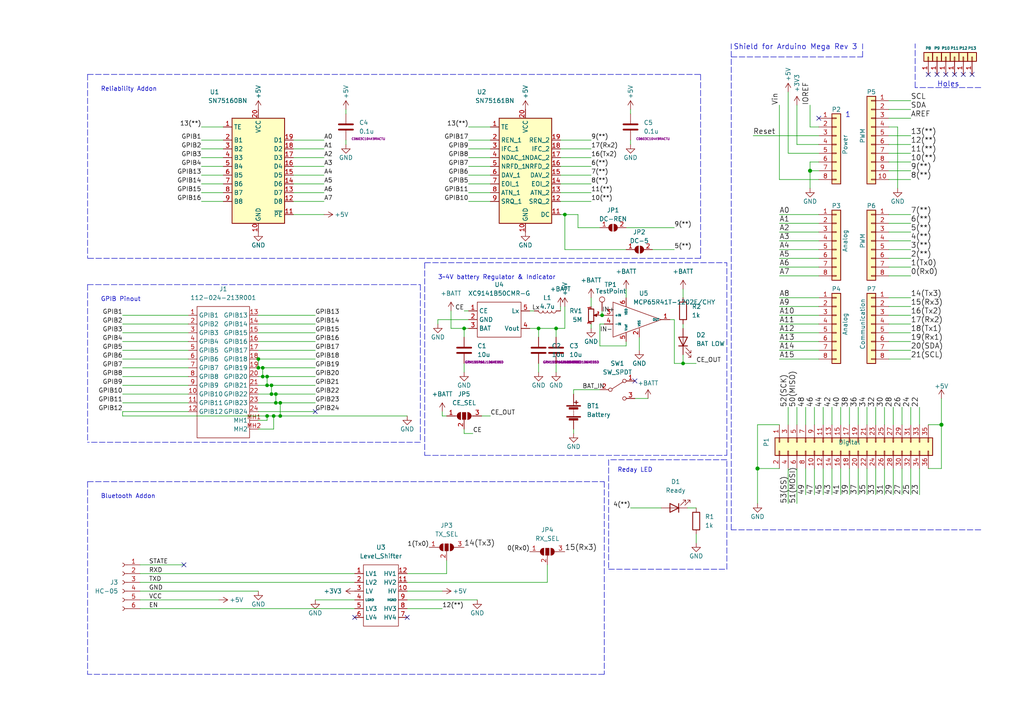
<source format=kicad_sch>
(kicad_sch (version 20211123) (generator eeschema)
  (paper "A4")
  (title_block (date "mar. 31 mars 2015"))
  (junction (at 81.28 120.65))
  (junction (at 163.83 62.23))
  (junction (at 76.2 109.22))
  (junction (at 234.95 49.53) (diameter 1.016))
  (junction (at 79.375 120.65))
  (junction (at 80.01 114.3))
  (junction (at 74.93 106.68))
  (junction (at 198.12 105.41))
  (junction (at 74.93 104.14))
  (junction (at 273.05 123.19) (diameter 1.016))
  (junction (at 81.28 116.84))
  (junction (at 78.74 114.3))
  (junction (at 78.74 111.76))
  (junction (at 134.62 95.25))
  (junction (at 77.47 120.65))
  (junction (at 77.47 109.22))
  (junction (at 80.01 116.84))
  (junction (at 156.21 95.25))
  (junction (at 77.47 111.76))
  (junction (at 76.2 106.68))
  (junction (at 174.625 91.44))
  (junction (at 161.29 95.25))
  (junction (at 219.71 135.89) (diameter 1.016))
  (no_connect (at 53.34 163.83))
  (no_connect (at 118.11 179.07))
  (no_connect (at 102.87 179.07))
  (no_connect (at 269.24 21.59))
  (no_connect (at 184.15 110.49))
  (no_connect (at 91.44 119.38))
  (no_connect (at 271.78 21.59))
  (no_connect (at 281.94 21.59))
  (no_connect (at 276.86 21.59))
  (no_connect (at 279.4 21.59))
  (no_connect (at 237.49 34.29))
  (no_connect (at 274.32 21.59))
  (wire (pts (xy 257.81 80.01) (xy 264.16 80.01)))
  (wire (pts (xy 228.6 135.89) (xy 228.6 146.05)))
  (wire (pts (xy 58.42 53.34) (xy 64.77 53.34)))
  (wire (pts (xy 198.12 93.98) (xy 198.12 95.25)))
  (wire (pts (xy 135.89 48.26) (xy 142.24 48.26)))
  (wire (pts (xy 226.06 80.01) (xy 237.49 80.01)))
  (polyline (pts (xy 210.82 132.08) (xy 210.82 76.2)))
  (wire (pts (xy 241.3 135.89) (xy 241.3 143.51)))
  (wire (pts (xy 181.61 100.33) (xy 173.99 100.33)))
  (wire (pts (xy 118.11 168.91) (xy 158.75 168.91)))
  (wire (pts (xy 85.09 40.64) (xy 93.98 40.64)))
  (polyline (pts (xy 210.82 133.35) (xy 176.53 133.35)))
  (polyline (pts (xy 176.53 165.1) (xy 210.82 165.1)))
  (polyline (pts (xy 210.82 165.1) (xy 210.82 133.35)))
  (polyline (pts (xy 176.53 133.35) (xy 176.53 165.1)))
  (wire (pts (xy 35.56 91.44) (xy 54.61 91.44)))
  (polyline (pts (xy 25.4 21.59) (xy 25.4 74.93)))
  (polyline (pts (xy 203.2 74.93) (xy 25.4 74.93)))
  (polyline (pts (xy 25.4 21.59) (xy 203.2 21.59)))
  (polyline (pts (xy 203.2 21.59) (xy 203.2 74.93)))
  (wire (pts (xy 181.61 66.04) (xy 195.58 66.04)))
  (wire (pts (xy 166.37 124.46) (xy 166.37 125.73)))
  (wire (pts (xy 35.56 104.14) (xy 54.61 104.14)))
  (wire (pts (xy 273.05 123.19) (xy 273.05 135.89)))
  (wire (pts (xy 35.56 114.3) (xy 54.61 114.3)))
  (wire (pts (xy 201.93 154.94) (xy 201.93 157.48)))
  (wire (pts (xy 76.2 106.68) (xy 76.2 109.22)))
  (wire (pts (xy 226.06 123.19) (xy 219.71 123.19)))
  (wire (pts (xy 156.21 105.41) (xy 156.21 107.95)))
  (wire (pts (xy 74.93 119.38) (xy 91.44 119.38)))
  (wire (pts (xy 257.81 44.45) (xy 264.16 44.45)))
  (wire (pts (xy 234.95 46.99) (xy 234.95 49.53)))
  (wire (pts (xy 58.42 55.88) (xy 64.77 55.88)))
  (wire (pts (xy 135.89 36.83) (xy 142.24 36.83)))
  (wire (pts (xy 118.11 176.53) (xy 128.27 176.53)))
  (wire (pts (xy 35.56 101.6) (xy 54.61 101.6)))
  (wire (pts (xy 226.06 74.93) (xy 237.49 74.93)))
  (wire (pts (xy 236.22 135.89) (xy 236.22 143.51)))
  (wire (pts (xy 74.93 104.14) (xy 91.44 104.14)))
  (wire (pts (xy 40.64 176.53) (xy 102.87 176.53)))
  (wire (pts (xy 78.74 111.76) (xy 78.74 114.3)))
  (wire (pts (xy 35.56 119.38) (xy 54.61 119.38)))
  (wire (pts (xy 259.08 135.89) (xy 259.08 143.51)))
  (wire (pts (xy 58.42 58.42) (xy 64.77 58.42)))
  (wire (pts (xy 35.56 96.52) (xy 54.61 96.52)))
  (wire (pts (xy 171.45 86.36) (xy 171.45 88.9)))
  (wire (pts (xy 40.64 163.83) (xy 53.34 163.83)))
  (wire (pts (xy 234.95 49.53) (xy 234.95 54.61)))
  (wire (pts (xy 248.92 123.19) (xy 248.92 118.11)))
  (wire (pts (xy 231.14 41.91) (xy 237.49 41.91)))
  (polyline (pts (xy 284.48 25.4) (xy 265.43 25.4)) (stroke (width 0) (type dash)))
  (wire (pts (xy 228.6 44.45) (xy 237.49 44.45)))
  (wire (pts (xy 135.89 53.34) (xy 142.24 53.34)))
  (wire (pts (xy 134.62 90.17) (xy 135.89 90.17)))
  (wire (pts (xy 130.81 95.25) (xy 134.62 95.25)))
  (wire (pts (xy 228.6 26.67) (xy 228.6 44.45)))
  (wire (pts (xy 246.38 123.19) (xy 246.38 118.11)))
  (wire (pts (xy 226.06 104.14) (xy 237.49 104.14)))
  (wire (pts (xy 127 92.71) (xy 127 93.98)))
  (wire (pts (xy 171.45 93.98) (xy 171.45 95.25)))
  (wire (pts (xy 135.89 50.8) (xy 142.24 50.8)))
  (wire (pts (xy 198.12 83.82) (xy 198.12 86.36)))
  (wire (pts (xy 241.3 123.19) (xy 241.3 118.11)))
  (polyline (pts (xy 265.43 25.4) (xy 265.43 12.7)) (stroke (width 0) (type dash)))
  (wire (pts (xy 261.62 123.19) (xy 261.62 118.11)))
  (wire (pts (xy 257.81 34.29) (xy 264.16 34.29)))
  (wire (pts (xy 231.14 30.48) (xy 231.14 41.91)))
  (wire (pts (xy 40.64 171.45) (xy 74.93 171.45)))
  (wire (pts (xy 261.62 135.89) (xy 261.62 143.51)))
  (wire (pts (xy 237.49 62.23) (xy 226.06 62.23)))
  (wire (pts (xy 100.33 31.75) (xy 100.33 33.02)))
  (wire (pts (xy 166.37 113.03) (xy 166.37 114.3)))
  (wire (pts (xy 237.49 101.6) (xy 226.06 101.6)))
  (wire (pts (xy 264.16 135.89) (xy 264.16 143.51)))
  (wire (pts (xy 238.76 135.89) (xy 238.76 143.51)))
  (wire (pts (xy 173.99 91.44) (xy 174.625 91.44)))
  (wire (pts (xy 80.01 116.84) (xy 81.28 116.84)))
  (wire (pts (xy 74.93 116.84) (xy 80.01 116.84)))
  (wire (pts (xy 81.28 116.84) (xy 91.44 116.84)))
  (wire (pts (xy 257.81 46.99) (xy 264.16 46.99)))
  (polyline (pts (xy 25.4 139.7) (xy 25.4 195.58)))
  (polyline (pts (xy 25.4 139.7) (xy 175.26 139.7)))
  (polyline (pts (xy 175.26 195.58) (xy 25.4 195.58)))
  (polyline (pts (xy 175.26 139.7) (xy 175.26 195.58)))
  (wire (pts (xy 257.81 99.06) (xy 264.16 99.06)))
  (wire (pts (xy 257.81 29.21) (xy 264.16 29.21)))
  (wire (pts (xy 162.56 88.9) (xy 162.56 90.17)))
  (wire (pts (xy 264.16 62.23) (xy 257.81 62.23)))
  (wire (pts (xy 135.89 58.42) (xy 142.24 58.42)))
  (polyline (pts (xy 121.92 128.27) (xy 25.4 128.27)))
  (polyline (pts (xy 25.4 82.55) (xy 121.92 82.55)))
  (polyline (pts (xy 25.4 82.55) (xy 25.4 128.27)))
  (polyline (pts (xy 121.92 82.55) (xy 121.92 128.27)))
  (wire (pts (xy 129.54 166.37) (xy 129.54 162.56)))
  (wire (pts (xy 118.11 166.37) (xy 129.54 166.37)))
  (wire (pts (xy 85.09 58.42) (xy 93.98 58.42)))
  (wire (pts (xy 35.56 111.76) (xy 54.61 111.76)))
  (wire (pts (xy 198.12 102.87) (xy 198.12 105.41)))
  (wire (pts (xy 219.71 123.19) (xy 219.71 135.89)))
  (wire (pts (xy 174.625 90.17) (xy 174.625 91.44)))
  (wire (pts (xy 78.74 114.3) (xy 80.01 114.3)))
  (wire (pts (xy 80.01 114.3) (xy 91.44 114.3)))
  (wire (pts (xy 74.93 114.3) (xy 78.74 114.3)))
  (wire (pts (xy 226.06 135.89) (xy 219.71 135.89)))
  (wire (pts (xy 35.56 99.06) (xy 54.61 99.06)))
  (wire (pts (xy 195.58 105.41) (xy 198.12 105.41)))
  (wire (pts (xy 182.88 147.32) (xy 191.77 147.32)))
  (wire (pts (xy 153.67 90.17) (xy 154.94 90.17)))
  (wire (pts (xy 91.44 173.99) (xy 102.87 173.99)))
  (wire (pts (xy 266.7 135.89) (xy 266.7 143.51)))
  (wire (pts (xy 161.29 97.79) (xy 161.29 95.25)))
  (wire (pts (xy 35.56 109.22) (xy 54.61 109.22)))
  (wire (pts (xy 251.46 123.19) (xy 251.46 118.11)))
  (wire (pts (xy 74.93 121.92) (xy 77.47 121.92)))
  (wire (pts (xy 234.95 36.83) (xy 234.95 30.48)))
  (wire (pts (xy 134.62 124.46) (xy 134.62 125.73)))
  (wire (pts (xy 162.56 55.88) (xy 171.45 55.88)))
  (wire (pts (xy 162.56 40.64) (xy 171.45 40.64)))
  (wire (pts (xy 257.81 88.9) (xy 264.16 88.9)))
  (wire (pts (xy 81.28 120.65) (xy 118.11 120.65)))
  (wire (pts (xy 35.56 119.38) (xy 35.56 120.65)))
  (wire (pts (xy 35.56 120.65) (xy 77.47 120.65)))
  (wire (pts (xy 128.27 119.38) (xy 128.27 120.65)))
  (wire (pts (xy 162.56 53.34) (xy 171.45 53.34)))
  (wire (pts (xy 135.89 55.88) (xy 142.24 55.88)))
  (wire (pts (xy 257.81 39.37) (xy 264.16 39.37)))
  (wire (pts (xy 58.42 50.8) (xy 64.77 50.8)))
  (wire (pts (xy 237.49 36.83) (xy 234.95 36.83)))
  (polyline (pts (xy 212.09 16.51) (xy 250.19 16.51)) (stroke (width 0) (type dash)))
  (wire (pts (xy 78.74 111.76) (xy 91.44 111.76)))
  (wire (pts (xy 74.93 111.76) (xy 77.47 111.76)))
  (wire (pts (xy 77.47 111.76) (xy 78.74 111.76)))
  (wire (pts (xy 74.93 91.44) (xy 91.44 91.44)))
  (wire (pts (xy 128.27 120.65) (xy 129.54 120.65)))
  (wire (pts (xy 251.46 135.89) (xy 251.46 143.51)))
  (wire (pts (xy 248.92 135.89) (xy 248.92 143.51)))
  (wire (pts (xy 77.47 120.65) (xy 79.375 120.65)))
  (wire (pts (xy 264.16 67.31) (xy 257.81 67.31)))
  (wire (pts (xy 158.75 168.91) (xy 158.75 163.83)))
  (wire (pts (xy 85.09 45.72) (xy 93.98 45.72)))
  (wire (pts (xy 85.09 62.23) (xy 93.98 62.23)))
  (wire (pts (xy 74.93 104.14) (xy 74.93 106.68)))
  (wire (pts (xy 40.64 166.37) (xy 102.87 166.37)))
  (wire (pts (xy 163.83 72.39) (xy 181.61 72.39)))
  (wire (pts (xy 163.83 62.23) (xy 163.83 72.39)))
  (wire (pts (xy 264.16 41.91) (xy 257.81 41.91)))
  (wire (pts (xy 181.61 99.06) (xy 181.61 100.33)))
  (polyline (pts (xy 212.09 153.67) (xy 212.09 12.7)) (stroke (width 0) (type dash)))
  (wire (pts (xy 273.05 115.57) (xy 273.05 123.19)))
  (wire (pts (xy 238.76 123.19) (xy 238.76 118.11)))
  (wire (pts (xy 198.12 105.41) (xy 201.93 105.41)))
  (wire (pts (xy 264.16 101.6) (xy 257.81 101.6)))
  (wire (pts (xy 35.56 93.98) (xy 54.61 93.98)))
  (wire (pts (xy 257.81 104.14) (xy 264.16 104.14)))
  (wire (pts (xy 184.15 115.57) (xy 187.96 115.57)))
  (wire (pts (xy 228.6 123.19) (xy 228.6 118.11)))
  (wire (pts (xy 181.61 83.82) (xy 181.61 86.36)))
  (wire (pts (xy 243.84 135.89) (xy 243.84 143.51)))
  (wire (pts (xy 189.23 72.39) (xy 195.58 72.39)))
  (wire (pts (xy 162.56 58.42) (xy 171.45 58.42)))
  (wire (pts (xy 156.21 97.79) (xy 156.21 95.25)))
  (wire (pts (xy 264.16 96.52) (xy 257.81 96.52)))
  (wire (pts (xy 264.16 31.75) (xy 257.81 31.75)))
  (wire (pts (xy 226.06 93.98) (xy 237.49 93.98)))
  (wire (pts (xy 256.54 135.89) (xy 256.54 143.51)))
  (wire (pts (xy 58.42 40.64) (xy 64.77 40.64)))
  (wire (pts (xy 173.99 100.33) (xy 173.99 93.98)))
  (wire (pts (xy 236.22 123.19) (xy 236.22 118.11)))
  (wire (pts (xy 237.49 67.31) (xy 226.06 67.31)))
  (wire (pts (xy 218.44 39.37) (xy 237.49 39.37)))
  (wire (pts (xy 185.42 97.79) (xy 185.42 101.6)))
  (wire (pts (xy 79.375 120.65) (xy 81.28 120.65)))
  (wire (pts (xy 260.35 36.83) (xy 257.81 36.83)))
  (wire (pts (xy 264.16 86.36) (xy 257.81 86.36)))
  (wire (pts (xy 257.81 64.77) (xy 264.16 64.77)))
  (wire (pts (xy 264.16 49.53) (xy 257.81 49.53)))
  (wire (pts (xy 273.05 123.19) (xy 269.24 123.19)))
  (wire (pts (xy 237.49 49.53) (xy 234.95 49.53)))
  (wire (pts (xy 81.28 116.84) (xy 81.28 120.65)))
  (wire (pts (xy 76.2 109.22) (xy 77.47 109.22)))
  (wire (pts (xy 77.47 109.22) (xy 91.44 109.22)))
  (wire (pts (xy 74.93 109.22) (xy 76.2 109.22)))
  (wire (pts (xy 35.56 116.84) (xy 54.61 116.84)))
  (wire (pts (xy 254 135.89) (xy 254 143.51)))
  (wire (pts (xy 134.62 95.25) (xy 135.89 95.25)))
  (wire (pts (xy 199.39 147.32) (xy 201.93 147.32)))
  (wire (pts (xy 77.47 121.92) (xy 77.47 120.65)))
  (wire (pts (xy 118.11 171.45) (xy 128.27 171.45)))
  (wire (pts (xy 134.62 95.25) (xy 134.62 97.79)))
  (wire (pts (xy 254 123.19) (xy 254 118.11)))
  (wire (pts (xy 246.38 135.89) (xy 246.38 143.51)))
  (wire (pts (xy 256.54 123.19) (xy 256.54 118.11)))
  (wire (pts (xy 173.99 93.98) (xy 175.26 93.98)))
  (wire (pts (xy 237.49 52.07) (xy 226.06 52.07)))
  (wire (pts (xy 100.33 40.64) (xy 100.33 41.91)))
  (wire (pts (xy 137.16 125.73) (xy 134.62 125.73)))
  (wire (pts (xy 226.06 64.77) (xy 237.49 64.77)))
  (wire (pts (xy 85.09 48.26) (xy 93.98 48.26)))
  (wire (pts (xy 167.64 62.23) (xy 167.64 66.04)))
  (wire (pts (xy 167.64 66.04) (xy 173.99 66.04)))
  (wire (pts (xy 163.83 62.23) (xy 167.64 62.23)))
  (wire (pts (xy 162.56 62.23) (xy 163.83 62.23)))
  (wire (pts (xy 40.64 168.91) (xy 102.87 168.91)))
  (wire (pts (xy 195.58 105.41) (xy 195.58 92.71)))
  (wire (pts (xy 85.09 53.34) (xy 93.98 53.34)))
  (wire (pts (xy 231.14 123.19) (xy 231.14 118.11)))
  (wire (pts (xy 161.29 95.25) (xy 163.83 95.25)))
  (wire (pts (xy 118.11 173.99) (xy 138.43 173.99)))
  (wire (pts (xy 85.09 55.88) (xy 93.98 55.88)))
  (wire (pts (xy 266.7 123.19) (xy 266.7 118.11)))
  (wire (pts (xy 40.64 173.99) (xy 63.5 173.99)))
  (wire (pts (xy 237.49 91.44) (xy 226.06 91.44)))
  (wire (pts (xy 257.81 93.98) (xy 264.16 93.98)))
  (wire (pts (xy 182.88 31.75) (xy 182.88 33.02)))
  (wire (pts (xy 237.49 46.99) (xy 234.95 46.99)))
  (wire (pts (xy 163.83 88.9) (xy 163.83 95.25)))
  (wire (pts (xy 226.06 99.06) (xy 237.49 99.06)))
  (wire (pts (xy 58.42 48.26) (xy 64.77 48.26)))
  (wire (pts (xy 139.7 120.65) (xy 142.24 120.65)))
  (wire (pts (xy 243.84 123.19) (xy 243.84 118.11)))
  (wire (pts (xy 153.67 95.25) (xy 156.21 95.25)))
  (wire (pts (xy 79.375 124.46) (xy 79.375 120.65)))
  (wire (pts (xy 162.56 50.8) (xy 171.45 50.8)))
  (wire (pts (xy 264.16 123.19) (xy 264.16 118.11)))
  (wire (pts (xy 226.06 88.9) (xy 237.49 88.9)))
  (wire (pts (xy 134.62 105.41) (xy 134.62 107.95)))
  (wire (pts (xy 257.81 52.07) (xy 264.16 52.07)))
  (polyline (pts (xy 250.19 16.51) (xy 250.19 12.7)) (stroke (width 0) (type dash)))
  (wire (pts (xy 74.93 124.46) (xy 79.375 124.46)))
  (wire (pts (xy 156.21 95.25) (xy 161.29 95.25)))
  (wire (pts (xy 194.31 92.71) (xy 195.58 92.71)))
  (wire (pts (xy 74.93 99.06) (xy 91.44 99.06)))
  (wire (pts (xy 264.16 91.44) (xy 257.81 91.44)))
  (wire (pts (xy 226.06 69.85) (xy 237.49 69.85)))
  (wire (pts (xy 74.93 93.98) (xy 91.44 93.98)))
  (polyline (pts (xy 123.19 76.2) (xy 210.82 76.2)))
  (wire (pts (xy 259.08 123.19) (xy 259.08 118.11)))
  (wire (pts (xy 233.68 135.89) (xy 233.68 143.51)))
  (polyline (pts (xy 123.19 132.08) (xy 210.82 132.08)))
  (wire (pts (xy 273.05 135.89) (xy 269.24 135.89)))
  (wire (pts (xy 174.625 91.44) (xy 175.26 91.44)))
  (wire (pts (xy 162.56 48.26) (xy 171.45 48.26)))
  (wire (pts (xy 237.49 86.36) (xy 226.06 86.36)))
  (wire (pts (xy 161.29 105.41) (xy 161.29 107.95)))
  (wire (pts (xy 58.42 45.72) (xy 64.77 45.72)))
  (wire (pts (xy 85.09 50.8) (xy 93.98 50.8)))
  (wire (pts (xy 135.89 43.18) (xy 142.24 43.18)))
  (polyline (pts (xy 123.19 76.2) (xy 123.19 132.08)))
  (wire (pts (xy 233.68 123.19) (xy 233.68 118.11)))
  (wire (pts (xy 182.88 40.64) (xy 182.88 41.91)))
  (wire (pts (xy 130.81 90.17) (xy 130.81 95.25)))
  (wire (pts (xy 77.47 109.22) (xy 77.47 111.76)))
  (wire (pts (xy 257.81 74.93) (xy 264.16 74.93)))
  (wire (pts (xy 231.14 135.89) (xy 231.14 146.05)))
  (wire (pts (xy 135.89 40.64) (xy 142.24 40.64)))
  (wire (pts (xy 264.16 72.39) (xy 257.81 72.39)))
  (wire (pts (xy 85.09 43.18) (xy 93.98 43.18)))
  (wire (pts (xy 173.99 113.03) (xy 166.37 113.03)))
  (wire (pts (xy 135.89 45.72) (xy 142.24 45.72)))
  (wire (pts (xy 80.01 114.3) (xy 80.01 116.84)))
  (wire (pts (xy 127 92.71) (xy 135.89 92.71)))
  (wire (pts (xy 162.56 45.72) (xy 171.45 45.72)))
  (wire (pts (xy 58.42 36.83) (xy 64.77 36.83)))
  (wire (pts (xy 74.93 101.6) (xy 91.44 101.6)))
  (wire (pts (xy 35.56 106.68) (xy 54.61 106.68)))
  (wire (pts (xy 162.56 43.18) (xy 171.45 43.18)))
  (wire (pts (xy 58.42 43.18) (xy 64.77 43.18)))
  (wire (pts (xy 264.16 77.47) (xy 257.81 77.47)))
  (wire (pts (xy 237.49 96.52) (xy 226.06 96.52)))
  (wire (pts (xy 226.06 52.07) (xy 226.06 30.48)))
  (wire (pts (xy 219.71 135.89) (xy 219.71 146.05)))
  (wire (pts (xy 237.49 77.47) (xy 226.06 77.47)))
  (wire (pts (xy 76.2 106.68) (xy 91.44 106.68)))
  (wire (pts (xy 74.93 106.68) (xy 76.2 106.68)))
  (polyline (pts (xy 284.48 153.67) (xy 212.09 153.67)) (stroke (width 0) (type dash)))
  (wire (pts (xy 237.49 72.39) (xy 226.06 72.39)))
  (wire (pts (xy 260.35 54.61) (xy 260.35 36.83)))
  (wire (pts (xy 74.93 96.52) (xy 91.44 96.52)))
  (wire (pts (xy 257.81 69.85) (xy 264.16 69.85)))
  (text "Reliability Addon" (at 29.21 26.67 0) (effects (font (size 1.27 1.27)) (justify left bottom)))
  (text "Reday LED" (at 179.07 137.16 0) (effects (font (size 1.27 1.27)) (justify left bottom)))
  (text "Bluetooth Addon" (at 29.21 144.78 0) (effects (font (size 1.27 1.27)) (justify left bottom)))
  (text "1" (at 245.11 34.29 0) (effects (font (size 1.524 1.524)) (justify left bottom)))
  (text "Holes" (at 271.78 25.4 0) (effects (font (size 1.524 1.524)) (justify left bottom)))
  (text "GPIB Pinout" (at 29.21 87.63 0) (effects (font (size 1.27 1.27)) (justify left bottom)))
  (text "3~4V battery Regulator & Indicator" (at 127 81.28 0) (effects (font (size 1.27 1.27)) (justify left bottom)))
  (text "Shield for Arduino Mega Rev 3" (at 212.725 14.605 0) (effects (font (size 1.524 1.524)) (justify left bottom)))
  (label "21(SCL)" (at 264.16 104.14 0) (effects (font (size 1.524 1.524))))
  (label "36" (at 248.92 118.11 90) (effects (font (size 1.524 1.524))))
  (label "A7" (at 93.98 58.42 0))
  (label "0(Rx0)" (at 264.16 80.01 0) (effects (font (size 1.524 1.524))))
  (label "GPIB18" (at 91.44 104.14 0))
  (label "17(Rx2)" (at 264.16 93.98 0) (effects (font (size 1.524 1.524))))
  (label "6(**)" (at 171.45 48.26 0))
  (label "19(Rx1)" (at 264.16 99.06 0) (effects (font (size 1.524 1.524))))
  (label "SDA" (at 264.16 31.75 0) (effects (font (size 1.524 1.524))))
  (label "A14" (at 226.06 101.6 0) (effects (font (size 1.524 1.524))))
  (label "51(MOSI)" (at 231.14 146.05 90) (effects (font (size 1.524 1.524))))
  (label "41" (at 243.84 143.51 90) (effects (font (size 1.524 1.524))))
  (label "IN+" (at 174.625 90.805 0))
  (label "43" (at 241.3 143.51 90) (effects (font (size 1.524 1.524))))
  (label "1(Tx0)" (at 264.16 77.47 0) (effects (font (size 1.524 1.524))))
  (label "GPIB7" (at 135.89 48.26 180))
  (label "CE_OUT" (at 142.24 120.65 0))
  (label "CE_OUT" (at 201.93 105.41 0))
  (label "GND" (at 43.18 171.45 0))
  (label "A3" (at 226.06 69.85 0) (effects (font (size 1.524 1.524))))
  (label "GPIB15" (at 58.42 55.88 180))
  (label "45" (at 238.76 143.51 90) (effects (font (size 1.524 1.524))))
  (label "GPIB14" (at 58.42 53.34 180))
  (label "15(Rx3)" (at 163.83 160.02 0) (effects (font (size 1.524 1.524))))
  (label "GPIB3" (at 35.56 96.52 180))
  (label "9(**)" (at 264.16 49.53 0) (effects (font (size 1.524 1.524))))
  (label "GPIB1" (at 35.56 91.44 180))
  (label "SCL" (at 264.16 29.21 0) (effects (font (size 1.524 1.524))))
  (label "A8" (at 226.06 86.36 0) (effects (font (size 1.524 1.524))))
  (label "14(Tx3)" (at 264.16 86.36 0) (effects (font (size 1.524 1.524))))
  (label "27" (at 261.62 143.51 90) (effects (font (size 1.524 1.524))))
  (label "12(**)" (at 264.16 41.91 0) (effects (font (size 1.524 1.524))))
  (label "A5" (at 226.06 74.93 0) (effects (font (size 1.524 1.524))))
  (label "IOREF" (at 234.95 30.48 90) (effects (font (size 1.524 1.524))))
  (label "GPIB8" (at 35.56 109.22 180))
  (label "3(**)" (at 264.16 72.39 0) (effects (font (size 1.524 1.524))))
  (label "13(**)" (at 58.42 36.83 180))
  (label "GPIB10" (at 135.89 58.42 180))
  (label "GPIB13" (at 58.42 50.8 180))
  (label "GPIB11" (at 135.89 55.88 180))
  (label "VCC" (at 43.18 173.99 0))
  (label "RXD" (at 43.18 166.37 0))
  (label "Reset" (at 218.44 39.37 0) (effects (font (size 1.524 1.524))))
  (label "0(Rx0)" (at 153.67 160.02 180))
  (label "A0" (at 226.06 62.23 0) (effects (font (size 1.524 1.524))))
  (label "10(**)" (at 171.45 58.42 0))
  (label "A1" (at 93.98 43.18 0))
  (label "12(**)" (at 128.27 176.53 0))
  (label "GPIB1" (at 58.42 40.64 180))
  (label "A4" (at 93.98 50.8 0))
  (label "A1" (at 226.06 64.77 0) (effects (font (size 1.524 1.524))))
  (label "A11" (at 226.06 93.98 0) (effects (font (size 1.524 1.524))))
  (label "40" (at 243.84 118.11 90) (effects (font (size 1.524 1.524))))
  (label "BAT_IN" (at 168.91 113.03 0))
  (label "53(SS)" (at 228.6 146.05 90) (effects (font (size 1.524 1.524))))
  (label "GPIB9" (at 35.56 111.76 180))
  (label "1(Tx0)" (at 124.46 158.75 180))
  (label "5(**)" (at 195.58 72.39 0))
  (label "30" (at 256.54 118.11 90) (effects (font (size 1.524 1.524))))
  (label "31" (at 256.54 143.51 90) (effects (font (size 1.524 1.524))))
  (label "28" (at 259.08 118.11 90) (effects (font (size 1.524 1.524))))
  (label "CE" (at 134.62 90.17 180))
  (label "A5" (at 93.98 53.34 0))
  (label "9(**)" (at 195.58 66.04 0))
  (label "GPIB10" (at 35.56 114.3 180))
  (label "44" (at 238.76 118.11 90) (effects (font (size 1.524 1.524))))
  (label "TXD" (at 43.18 168.91 0))
  (label "GPIB2" (at 35.56 93.98 180))
  (label "9(**)" (at 171.45 40.64 0))
  (label "16(Tx2)" (at 171.45 45.72 0))
  (label "6(**)" (at 264.16 64.77 0) (effects (font (size 1.524 1.524))))
  (label "GPIB14" (at 91.44 93.98 0))
  (label "GPIB17" (at 135.89 40.64 180))
  (label "5(**)" (at 264.16 67.31 0) (effects (font (size 1.524 1.524))))
  (label "A0" (at 93.98 40.64 0))
  (label "GPIB8" (at 135.89 45.72 180))
  (label "GPIB5" (at 35.56 101.6 180))
  (label "37" (at 248.92 143.51 90) (effects (font (size 1.524 1.524))))
  (label "GPIB17" (at 91.44 101.6 0))
  (label "GPIB19" (at 91.44 106.68 0))
  (label "38" (at 246.38 118.11 90) (effects (font (size 1.524 1.524))))
  (label "GPIB2" (at 58.42 43.18 180))
  (label "11(**)" (at 171.45 55.88 0))
  (label "29" (at 259.08 143.51 90) (effects (font (size 1.524 1.524))))
  (label "18(Tx1)" (at 264.16 96.52 0) (effects (font (size 1.524 1.524))))
  (label "GPIB5" (at 135.89 53.34 180))
  (label "7(**)" (at 171.45 50.8 0))
  (label "24" (at 264.16 118.11 90) (effects (font (size 1.524 1.524))))
  (label "GPIB23" (at 91.44 116.84 0))
  (label "GPIB11" (at 35.56 116.84 180))
  (label "A9" (at 226.06 88.9 0) (effects (font (size 1.524 1.524))))
  (label "39" (at 246.38 143.51 90) (effects (font (size 1.524 1.524))))
  (label "22" (at 266.7 118.11 90) (effects (font (size 1.524 1.524))))
  (label "17(Rx2)" (at 171.45 43.18 0))
  (label "GPIB20" (at 91.44 109.22 0))
  (label "A15" (at 226.06 104.14 0) (effects (font (size 1.524 1.524))))
  (label "GPIB4" (at 35.56 99.06 180))
  (label "A6" (at 226.06 77.47 0) (effects (font (size 1.524 1.524))))
  (label "EN" (at 43.18 176.53 0))
  (label "Lx" (at 154.305 90.17 0))
  (label "48" (at 233.68 118.11 90) (effects (font (size 1.524 1.524))))
  (label "4(**)" (at 182.88 147.32 180))
  (label "Vin" (at 226.06 30.48 90) (effects (font (size 1.524 1.524))))
  (label "A7" (at 226.06 80.01 0) (effects (font (size 1.524 1.524))))
  (label "23" (at 266.7 143.51 90) (effects (font (size 1.524 1.524))))
  (label "2(**)" (at 264.16 74.93 0) (effects (font (size 1.524 1.524))))
  (label "A2" (at 93.98 45.72 0))
  (label "49" (at 233.68 143.51 90) (effects (font (size 1.524 1.524))))
  (label "GPIB15" (at 91.44 96.52 0))
  (label "14(Tx3)" (at 134.62 158.75 0) (effects (font (size 1.524 1.524))))
  (label "GPIB6" (at 35.56 104.14 180))
  (label "A6" (at 93.98 55.88 0))
  (label "A13" (at 226.06 99.06 0) (effects (font (size 1.524 1.524))))
  (label "GPIB6" (at 135.89 50.8 180))
  (label "GPIB16" (at 91.44 99.06 0))
  (label "A2" (at 226.06 67.31 0) (effects (font (size 1.524 1.524))))
  (label "A12" (at 226.06 96.52 0) (effects (font (size 1.524 1.524))))
  (label "50(MISO)" (at 231.14 118.11 90) (effects (font (size 1.524 1.524))))
  (label "STATE" (at 43.18 163.83 0))
  (label "52(SCK)" (at 228.6 118.11 90) (effects (font (size 1.524 1.524))))
  (label "GPIB9" (at 135.89 43.18 180))
  (label "GPIB24" (at 91.44 119.38 0))
  (label "26" (at 261.62 118.11 90) (effects (font (size 1.524 1.524))))
  (label "A3" (at 93.98 48.26 0))
  (label "47" (at 236.22 143.51 90) (effects (font (size 1.524 1.524))))
  (label "A4" (at 226.06 72.39 0) (effects (font (size 1.524 1.524))))
  (label "13(**)" (at 135.89 36.83 180))
  (label "GPIB22" (at 91.44 114.3 0))
  (label "8(**)" (at 264.16 52.07 0) (effects (font (size 1.524 1.524))))
  (label "GPIB21" (at 91.44 111.76 0))
  (label "8(**)" (at 171.45 53.34 0))
  (label "GPIB12" (at 35.56 119.38 180))
  (label "GPIB7" (at 35.56 106.68 180))
  (label "42" (at 241.3 118.11 90) (effects (font (size 1.524 1.524))))
  (label "A10" (at 226.06 91.44 0) (effects (font (size 1.524 1.524))))
  (label "7(**)" (at 264.16 62.23 0) (effects (font (size 1.524 1.524))))
  (label "GPIB13" (at 91.44 91.44 0))
  (label "20(SDA)" (at 264.16 101.6 0) (effects (font (size 1.524 1.524))))
  (label "16(Tx2)" (at 264.16 91.44 0) (effects (font (size 1.524 1.524))))
  (label "46" (at 236.22 118.11 90) (effects (font (size 1.524 1.524))))
  (label "11(**)" (at 264.16 44.45 0) (effects (font (size 1.524 1.524))))
  (label "4(**)" (at 264.16 69.85 0) (effects (font (size 1.524 1.524))))
  (label "GPIB4" (at 58.42 48.26 180))
  (label "13(**)" (at 264.16 39.37 0) (effects (font (size 1.524 1.524))))
  (label "GPIB16" (at 58.42 58.42 180))
  (label "15(Rx3)" (at 264.16 88.9 0) (effects (font (size 1.524 1.524))))
  (label "10(**)" (at 264.16 46.99 0) (effects (font (size 1.524 1.524))))
  (label "32" (at 254 118.11 90) (effects (font (size 1.524 1.524))))
  (label "33" (at 254 143.51 90) (effects (font (size 1.524 1.524))))
  (label "34" (at 251.46 118.11 90) (effects (font (size 1.524 1.524))))
  (label "35" (at 251.46 143.51 90) (effects (font (size 1.524 1.524))))
  (label "25" (at 264.16 143.51 90) (effects (font (size 1.524 1.524))))
  (label "GPIB3" (at 58.42 45.72 180))
  (label "CE" (at 137.16 125.73 0))
  (label "AREF" (at 264.16 34.29 0) (effects (font (size 1.524 1.524))))
  (label "IN-" (at 173.99 96.52 0))
  (symbol (lib_id "Connector_Generic:Conn_01x01") (at 269.24 16.51 90) (unit 1)
    (property "Reference" "P8" (at 269.24 13.97 90) (effects (font (size 0.7874 0.7874))))
    (property "Value" "CONN_01X01" (effects hide))
    (property "Footprint" "Socket_Arduino_Mega:Arduino_1pin" (effects hide))
  )
  (symbol (lib_id "Connector_Generic:Conn_01x01") (at 271.78 16.51 90) (unit 1)
    (property "Reference" "P9" (at 271.78 13.97 90) (effects (font (size 0.7874 0.7874))))
    (property "Value" "CONN_01X01" (effects hide))
    (property "Footprint" "Socket_Arduino_Mega:Arduino_1pin" (effects hide))
  )
  (symbol (lib_id "Connector_Generic:Conn_01x01") (at 274.32 16.51 90) (unit 1)
    (property "Reference" "P10" (at 274.32 13.97 90) (effects (font (size 0.7874 0.7874))))
    (property "Value" "CONN_01X01" (effects hide))
    (property "Footprint" "Socket_Arduino_Mega:Arduino_1pin" (effects hide))
  )
  (symbol (lib_id "Connector_Generic:Conn_01x01") (at 276.86 16.51 90) (unit 1)
    (property "Reference" "P11" (at 276.86 13.97 90) (effects (font (size 0.7874 0.7874))))
    (property "Value" "CONN_01X01" (effects hide))
    (property "Footprint" "Socket_Arduino_Mega:Arduino_1pin" (effects hide))
  )
  (symbol (lib_id "Connector_Generic:Conn_01x01") (at 279.4 16.51 90) (unit 1)
    (property "Reference" "P12" (at 279.4 13.97 90) (effects (font (size 0.7874 0.7874))))
    (property "Value" "CONN_01X01" (effects hide))
    (property "Footprint" "Socket_Arduino_Mega:Arduino_1pin" (effects hide))
  )
  (symbol (lib_id "Connector_Generic:Conn_01x01") (at 281.94 16.51 90) (unit 1)
    (property "Reference" "P13" (at 281.94 13.97 90) (effects (font (size 0.7874 0.7874))))
    (property "Value" "CONN_01X01" (effects hide))
    (property "Footprint" "Socket_Arduino_Mega:Arduino_1pin" (effects hide))
  )
  (symbol (lib_id "Connector_Generic:Conn_01x08") (at 242.57 41.91 0) (unit 1)
    (property "Reference" "P2" (at 242.57 31.75 0))
    (property "Value" "Power" (at 245.11 41.91 90))
    (property "Footprint" "Socket_Arduino_Mega:Socket_Strip_Arduino_1x08" (effects hide))
  )
  (symbol (lib_id "power:+3V3") (at 231.14 30.48 0) (unit 1)
    (property "Reference" "#PWR01" (effects hide))
    (property "Value" "+3.3V" (at 231.14 24.13 90))
  )
  (symbol (lib_id "power:+5V") (at 228.6 26.67 0) (unit 1)
    (property "Reference" "#PWR02" (effects hide))
    (property "Value" "+5V" (at 228.6 21.59 90))
  )
  (symbol (lib_id "power:GND") (at 234.95 54.61 0) (unit 1)
    (property "Reference" "#PWR03" (effects hide))
    (property "Value" "GND" (at 234.95 58.42 0))
  )
  (symbol (lib_id "Connector_Generic:Conn_01x10") (at 252.73 39.37 0) (mirror y) (unit 1)
    (property "Reference" "P5" (at 252.73 26.67 0))
    (property "Value" "PWM" (at 250.19 39.37 90))
    (property "Footprint" "Socket_Arduino_Mega:Socket_Strip_Arduino_1x10" (effects hide))
  )
  (symbol (lib_id "power:GND") (at 260.35 54.61 0) (unit 1)
    (property "Reference" "#PWR04" (effects hide))
    (property "Value" "GND" (at 260.35 58.42 0))
  )
  (symbol (lib_id "Connector_Generic:Conn_01x08") (at 242.57 69.85 0) (unit 1)
    (property "Reference" "P3" (at 242.57 59.69 0))
    (property "Value" "Analog" (at 245.11 69.85 90))
    (property "Footprint" "Socket_Arduino_Mega:Socket_Strip_Arduino_1x08" (effects hide))
  )
  (symbol (lib_id "Connector_Generic:Conn_01x08") (at 252.73 69.85 0) (mirror y) (unit 1)
    (property "Reference" "P6" (at 252.73 59.69 0))
    (property "Value" "PWM" (at 250.19 69.85 90))
    (property "Footprint" "Socket_Arduino_Mega:Socket_Strip_Arduino_1x08" (effects hide))
  )
  (symbol (lib_id "Connector_Generic:Conn_01x08") (at 242.57 93.98 0) (unit 1)
    (property "Reference" "P4" (at 242.57 83.82 0))
    (property "Value" "Analog" (at 245.11 93.98 90))
    (property "Footprint" "Socket_Arduino_Mega:Socket_Strip_Arduino_1x08" (effects hide))
  )
  (symbol (lib_id "Connector_Generic:Conn_01x08") (at 252.73 93.98 0) (mirror y) (unit 1)
    (property "Reference" "P7" (at 252.73 83.82 0))
    (property "Value" "Communication" (at 250.19 93.98 90))
    (property "Footprint" "Socket_Arduino_Mega:Socket_Strip_Arduino_1x08" (effects hide))
  )
  (symbol (lib_id "Connector_Generic:Conn_02x18_Odd_Even") (at 246.38 128.27 90) (mirror x) (unit 1)
    (property "Reference" "P1" (at 222.25 128.27 0))
    (property "Value" "Digital" (at 246.38 128.27 90))
    (property "Footprint" "Socket_Arduino_Mega:Socket_Strip_Arduino_2x18" (effects hide))
  )
  (symbol (lib_id "power:GND") (at 219.71 146.05 0) (unit 1)
    (property "Reference" "#PWR05" (effects hide))
    (property "Value" "GND" (at 219.71 149.86 0))
  )
  (symbol (lib_id "power:+5V") (at 273.05 115.57 0) (unit 1)
    (property "Reference" "#PWR06" (effects hide))
    (property "Value" "+5V" (at 273.05 112.014 0))
  )
  (symbol (lib_id "power:GND") (at 100.33 41.91 0) (unit 1)
    (property "Reference" "#PWR0111" (effects hide))
    (property "Value" "GND" (at 100.33 45.72 0))
  )
  (symbol (lib_id "power:+5V") (at 74.93 31.75 0) (unit 1)
    (property "Reference" "#PWR013" (effects hide))
    (property "Value" "+5V" (at 74.93 26.67 90))
  )
  (symbol (lib_id "AR488:Level_Shifter") (at 110.49 161.29 0) (unit 1)
    (property "Reference" "U3" (at 110.49 158.75 0))
    (property "Value" "Level_Shifter" (at 110.49 161.29 0))
    (property "Footprint" "Socket_Arduino_Mega:DIP-12_400_ELL" (effects hide))
  )
  (symbol (lib_id "power:GND") (at 161.29 107.95 0) (unit 1)
    (property "Reference" "#PWR027" (effects hide))
    (property "Value" "GND" (at 161.29 111.76 0))
  )
  (symbol (lib_id "AR488:SN75160BN") (at 74.93 49.53 0) (unit 1)
    (property "Reference" "U1" (at 62.23 26.67 0))
    (property "Value" "SN75160BN" (at 66.04 29.21 0))
    (property "Footprint" "Socket_Arduino_Mega:DIP794W53P254L2540H508Q20N" (effects hide))
    (property "Datasheet" "http://www.ti.com/lit/ds/symlink/sn75160b.pdf" (effects hide))
  )
  (symbol (lib_id "Connector:TestPoint") (at 174.625 90.17 0) (unit 1)
    (property "Reference" "TP1" (at 175.26 82.55 0) (effects (justify left)))
    (property "Value" "TestPoint" (at 172.72 84.455 0) (effects (justify left)))
    (property "Footprint" "TestPoint:TestPoint_Keystone_5015_Micro-Minature" (effects hide))
    (property "Datasheet" "https://www.farnell.com/datasheets/2042719.pdf" (effects hide))
  )
  (symbol (lib_id "power:+5V") (at 182.88 31.75 0) (unit 1)
    (property "Reference" "#PWR0108" (effects hide))
    (property "Value" "+5V" (at 182.88 26.67 90))
  )
  (symbol (lib_id "power:GND") (at 138.43 173.99 0) (unit 1)
    (property "Reference" "#PWR0102" (effects hide))
    (property "Value" "GND" (at 138.43 177.8 0))
  )
  (symbol (lib_id "power:GND") (at 166.37 125.73 0) (unit 1)
    (property "Reference" "#PWR020" (effects hide))
    (property "Value" "GND" (at 166.37 129.54 0))
  )
  (symbol (lib_id "power:GND") (at 74.93 67.31 0) (unit 1)
    (property "Reference" "#PWR07" (effects hide))
    (property "Value" "GND" (at 74.93 71.12 0))
  )
  (symbol (lib_id "power:GND") (at 91.44 173.99 0) (unit 1)
    (property "Reference" "#PWR012" (effects hide))
    (property "Value" "GND" (at 91.44 177.8 0))
  )
  (symbol (lib_id "Device:LED") (at 195.58 147.32 180) (unit 1)
    (property "Reference" "D1" (at 195.9609 139.7 0))
    (property "Value" "Ready" (at 195.9609 142.24 0))
    (property "Footprint" "LED_THT:LED_D3.0mm" (effects hide))
  )
  (symbol (lib_id "power:+5V") (at 163.83 88.9 0) (unit 1)
    (property "Reference" "#PWR019" (effects hide))
    (property "Value" "+5V" (at 163.83 83.82 90))
  )
  (symbol (lib_id "Jumper:SolderJumper_2_Open") (at 177.8 66.04 0) (unit 1)
    (property "Reference" "JP1" (at 177.8 60.96 0))
    (property "Value" "DC-REN" (at 177.8 63.5 0))
    (property "Footprint" "Jumper:SolderJumper-2_P1.3mm_Open_RoundedPad1.0x1.5mm" (effects hide))
  )
  (symbol (lib_id "Jumper:SolderJumper_2_Open") (at 185.42 72.39 0) (unit 1)
    (property "Reference" "JP2" (at 185.42 67.31 0))
    (property "Value" "DC-5" (at 185.42 69.85 0))
    (property "Footprint" "Jumper:SolderJumper-2_P1.3mm_Open_RoundedPad1.0x1.5mm" (effects hide))
  )
  (symbol (lib_id "Device:C") (at 161.29 101.6 0) (unit 1)
    (property "Reference" "C3" (at 165.1 100.3299 0) (effects (justify left)))
    (property "Value" "10u" (at 165.1 102.8699 0) (effects (justify left)))
    (property "Footprint" "Capacitor_SMD:C_0402_1005Metric_Pad0.74x0.62mm_HandSolder" (effects hide))
    (property "Datasheet" "https://4donline.ihs.com/images/VipMasterIC/IC/MURE/MURE-S-A0008508937/MURE-S-A0008508937-1.pdf?hkey=6D3A4C79FDBF58556ACFDE234799DDF0" (effects hide))
    (property "Part #" "GRM155R60J106ME05D" (at 162.56 105.41 0) (effects (font (size 0.635 0.635)) (justify left bottom)))
  )
  (symbol (lib_id "power:+5V") (at 128.27 171.45 270) (unit 1)
    (property "Reference" "#PWR0103" (effects hide))
    (property "Value" "+5V" (at 133.35 171.45 90))
  )
  (symbol (lib_id "power:+5V") (at 152.4 31.75 0) (unit 1)
    (property "Reference" "#PWR014" (effects hide))
    (property "Value" "+5V" (at 152.4 26.67 90))
  )
  (symbol (lib_id "power:+BATT") (at 128.27 119.38 0) (unit 1)
    (property "Reference" "#PWR015" (effects hide))
    (property "Value" "+BATT" (at 128.27 114.3 0))
  )
  (symbol (lib_id "Jumper:SolderJumper_3_Open") (at 134.62 120.65 0) (unit 1)
    (property "Reference" "JP5" (at 134.62 114.3 0))
    (property "Value" "CE_SEL" (at 134.62 116.84 0))
    (property "Footprint" "Jumper:SolderJumper-3_P1.3mm_Open_Pad1.0x1.5mm_NumberLabels" (effects hide))
  )
  (symbol (lib_id "Device:LED") (at 198.12 99.06 90) (unit 1)
    (property "Reference" "D2" (at 201.93 97.155 90) (effects (justify right)))
    (property "Value" "BAT LOW" (at 201.93 99.695 90) (effects (justify right)))
    (property "Footprint" "LED_THT:LED_D3.0mm" (effects hide))
  )
  (symbol (lib_id "Device:C") (at 156.21 101.6 0) (unit 1)
    (property "Reference" "C2" (at 160.02 100.3299 0) (effects (justify left)))
    (property "Value" "10u" (at 160.02 102.8699 0) (effects (justify left)))
    (property "Footprint" "Capacitor_SMD:C_0402_1005Metric_Pad0.74x0.62mm_HandSolder" (effects hide))
    (property "Datasheet" "https://4donline.ihs.com/images/VipMasterIC/IC/MURE/MURE-S-A0008508937/MURE-S-A0008508937-1.pdf?hkey=6D3A4C79FDBF58556ACFDE234799DDF0" (effects hide))
    (property "Part #" "GRM155R60J106ME05D" (at 157.48 105.41 0) (effects (font (size 0.635 0.635)) (justify left bottom)))
  )
  (symbol (lib_id "power:+BATT") (at 130.81 90.17 0) (unit 1)
    (property "Reference" "#PWR016" (effects hide))
    (property "Value" "+BATT" (at 130.81 85.09 0))
  )
  (symbol (lib_id "Jumper:SolderJumper_3_Open") (at 129.54 158.75 0) (unit 1)
    (property "Reference" "JP3" (at 129.54 152.4 0))
    (property "Value" "TX_SEL" (at 129.54 154.94 0))
    (property "Footprint" "Jumper:SolderJumper-3_P1.3mm_Open_Pad1.0x1.5mm_NumberLabels" (effects hide))
  )
  (symbol (lib_id "power:GND") (at 201.93 157.48 0) (unit 1)
    (property "Reference" "#PWR0106" (effects hide))
    (property "Value" "GND" (at 201.93 161.29 0))
  )
  (symbol (lib_id "Device:R") (at 198.12 90.17 0) (unit 1)
    (property "Reference" "R2" (at 200.66 88.8999 0) (effects (justify left)))
    (property "Value" "1k" (at 200.66 91.4399 0) (effects (justify left)))
    (property "Footprint" "Resistor_SMD:R_0603_1608Metric_Pad0.98x0.95mm_HandSolder" (effects hide))
  )
  (symbol (lib_id "power:+5V") (at 63.5 173.99 270) (unit 1)
    (property "Reference" "#PWR0101" (effects hide))
    (property "Value" "+5V" (at 68.58 173.99 90))
  )
  (symbol (lib_id "power:+5V") (at 100.33 31.75 0) (unit 1)
    (property "Reference" "#PWR0110" (effects hide))
    (property "Value" "+5V" (at 100.33 26.67 90))
  )
  (symbol (lib_id "Device:L") (at 158.75 90.17 270) (unit 1)
    (property "Reference" "L1" (at 158.75 86.36 90))
    (property "Value" "4.7u" (at 158.75 88.9 90))
    (property "Footprint" "Inductor_SMD:L_0805_2012Metric_Pad1.15x1.40mm_HandSolder" (effects hide))
    (property "Datasheet" "https://www.farnell.com/datasheets/3006836.pdf" (effects hide))
    (property "Part #" "LQM21PN4R7MGHL" (effects hide))
  )
  (symbol (lib_id "Device:R_Potentiometer_Small") (at 171.45 91.44 0) (unit 1)
    (property "Reference" "RV1" (at 168.91 90.1699 0) (effects (justify right)))
    (property "Value" "5M" (at 168.91 92.7099 0) (effects (justify right)))
    (property "Footprint" "Potentiometer_THT:Potentiometer_Bourns_3299W_Vertical" (effects hide))
    (property "Datasheet" "https://www.farnell.com/datasheets/2194435.pdf" (effects hide))
  )
  (symbol (lib_id "power:GND") (at 152.4 67.31 0) (unit 1)
    (property "Reference" "#PWR08" (effects hide))
    (property "Value" "GND" (at 152.4 71.12 0))
  )
  (symbol (lib_id "Device:Battery") (at 166.37 119.38 0) (unit 1)
    (property "Reference" "BT1" (at 170.18 117.7289 0) (effects (justify left)))
    (property "Value" "Battery" (at 170.18 120.2689 0) (effects (justify left)))
    (property "Footprint" "Connector_PinHeader_2.54mm:PinHeader_1x02_P2.54mm_Vertical" (effects hide))
    (property "Datasheet" "https://www.farnell.com/datasheets/2820935.pdf" (effects hide))
    (property "Part #" "MP000365" (effects hide))
  )
  (symbol (lib_id "AR488:XC9141B50CMR-G") (at 138.43 87.63 0) (unit 1)
    (property "Reference" "U4" (at 144.78 82.55 0))
    (property "Value" "XC9141B50CMR-G" (at 144.78 85.09 0))
    (property "Footprint" "Package_TO_SOT_SMD:SOT-23-5_HandSoldering" (effects hide))
    (property "Datasheet" "https://www.farnell.com/datasheets/3118423.pdf" (effects hide))
  )
  (symbol (lib_id "power:+BATT") (at 162.56 88.9 0) (unit 1)
    (property "Reference" "#PWR0107" (effects hide))
    (property "Value" "+BATT" (at 162.56 83.82 0))
  )
  (symbol (lib_id "Device:R") (at 201.93 151.13 0) (unit 1)
    (property "Reference" "R1" (at 204.47 149.8599 0) (effects (justify left)))
    (property "Value" "1k" (at 204.47 152.3999 0) (effects (justify left)))
    (property "Footprint" "Resistor_SMD:R_0603_1608Metric_Pad0.98x0.95mm_HandSolder" (effects hide))
  )
  (symbol (lib_id "power:+BATT") (at 187.96 115.57 0) (unit 1)
    (property "Reference" "#PWR025" (effects hide))
    (property "Value" "+BATT" (at 187.96 111.125 0))
  )
  (symbol (lib_id "Jumper:SolderJumper_3_Open") (at 158.75 160.02 0) (unit 1)
    (property "Reference" "JP4" (at 158.75 153.67 0))
    (property "Value" "RX_SEL" (at 158.75 156.21 0))
    (property "Footprint" "Jumper:SolderJumper-3_P1.3mm_Open_Pad1.0x1.5mm_NumberLabels" (effects hide))
  )
  (symbol (lib_id "power:GND") (at 127 93.98 0) (unit 1)
    (property "Reference" "#PWR011" (effects hide))
    (property "Value" "GND" (at 127 97.79 0))
  )
  (symbol (lib_id "AR488:112-024-213R001") (at 64.77 87.63 0) (unit 1)
    (property "Reference" "J1" (at 64.77 83.82 0))
    (property "Value" "112-024-213R001" (at 64.77 86.36 0))
    (property "Footprint" "Socket_Arduino_Mega:112024213R001" (effects hide))
  )
  (symbol (lib_id "power:+BATT") (at 181.61 83.82 0) (unit 1)
    (property "Reference" "#PWR023" (effects hide))
    (property "Value" "+BATT" (at 181.61 78.74 0))
  )
  (symbol (lib_id "Connector:Conn_01x06_Female") (at 35.56 168.91 0) (mirror y) (unit 1)
    (property "Reference" "J3" (at 34.29 168.9099 0) (effects (justify left)))
    (property "Value" "HC-05" (at 34.29 171.4499 0) (effects (justify left)))
    (property "Footprint" "Socket_Arduino_Mega:RHDRRA6W79P0X254_1X6_1575X851X241P" (effects hide))
  )
  (symbol (lib_id "power:+BATT") (at 171.45 86.36 0) (unit 1)
    (property "Reference" "#PWR021" (effects hide))
    (property "Value" "+BATT" (at 171.45 81.28 0))
  )
  (symbol (lib_id "Switch:SW_SPDT") (at 179.07 113.03 0) (unit 1)
    (property "Reference" "SW1" (at 179.07 105.41 0))
    (property "Value" "SW_SPDT" (at 179.07 107.95 0))
    (property "Footprint" "Socket_Arduino_Mega:STSSS9121" (effects hide))
    (property "Datasheet" "https://www.farnell.com/datasheets/84468.pdf" (effects hide))
  )
  (symbol (lib_id "power:GND") (at 171.45 95.25 0) (unit 1)
    (property "Reference" "#PWR022" (effects hide))
    (property "Value" "GND" (at 171.45 99.06 0))
  )
  (symbol (lib_id "power:GND") (at 185.42 101.6 0) (unit 1)
    (property "Reference" "#PWR024" (effects hide))
    (property "Value" "GND" (at 185.42 105.41 0))
  )
  (symbol (lib_id "power:GND") (at 182.88 41.91 0) (unit 1)
    (property "Reference" "#PWR0109" (effects hide))
    (property "Value" "GND" (at 182.88 45.72 0))
  )
  (symbol (lib_id "Device:C") (at 100.33 36.83 0) (unit 1)
    (property "Reference" "C4" (at 104.14 35.5599 0) (effects (justify left)))
    (property "Value" "0.1u" (at 104.14 38.0999 0) (effects (justify left)))
    (property "Footprint" "Capacitor_SMD:C_0603_1608Metric_Pad1.08x0.95mm_HandSolder" (effects hide))
    (property "Datasheet" "https://api.kemet.com/component-edge/download/specsheet/C0603C104K9RACTU.pdf" (effects hide))
    (property "Part #" "C0603C104K9RACTU" (at 111.76 40.64 0) (effects (font (size 0.635 0.635)) (justify right bottom)))
  )
  (symbol (lib_id "power:+3V3") (at 102.87 171.45 90) (unit 1)
    (property "Reference" "#PWR010" (effects hide))
    (property "Value" "+3.3V" (at 96.52 171.45 90))
  )
  (symbol (lib_id "power:GND") (at 156.21 107.95 0) (unit 1)
    (property "Reference" "#PWR018" (effects hide))
    (property "Value" "GND" (at 156.21 111.76 0))
  )
  (symbol (lib_id "power:GND") (at 118.11 120.65 0) (unit 1)
    (property "Reference" "#PWR0105" (effects hide))
    (property "Value" "GND" (at 118.11 124.46 0))
  )
  (symbol (lib_id "power:GND") (at 74.93 171.45 0) (unit 1)
    (property "Reference" "#PWR09" (effects hide))
    (property "Value" "GND" (at 74.93 175.26 0))
  )
  (symbol (lib_id "power:+BATT") (at 198.12 83.82 0) (unit 1)
    (property "Reference" "#PWR026" (effects hide))
    (property "Value" "+BATT" (at 198.12 78.74 0))
  )
  (symbol (lib_id "Device:C") (at 134.62 101.6 0) (unit 1)
    (property "Reference" "C1" (at 138.43 100.3299 0) (effects (justify left)))
    (property "Value" "10u" (at 138.43 102.8699 0) (effects (justify left)))
    (property "Footprint" "Capacitor_SMD:C_0402_1005Metric_Pad0.74x0.62mm_HandSolder" (effects hide))
    (property "Datasheet" "https://4donline.ihs.com/images/VipMasterIC/IC/MURE/MURE-S-A0008508937/MURE-S-A0008508937-1.pdf?hkey=6D3A4C79FDBF58556ACFDE234799DDF0" (effects hide))
    (property "Part #" "GRM155R60J106ME05D" (at 146.05 105.41 0) (effects (font (size 0.635 0.635)) (justify right bottom)))
  )
  (symbol (lib_id "Device:C") (at 182.88 36.83 0) (unit 1)
    (property "Reference" "C5" (at 186.69 35.5599 0) (effects (justify left)))
    (property "Value" "0.1u" (at 186.69 38.0999 0) (effects (justify left)))
    (property "Footprint" "Capacitor_SMD:C_0603_1608Metric_Pad1.08x0.95mm_HandSolder" (effects hide))
    (property "Datasheet" "https://api.kemet.com/component-edge/download/specsheet/C0603C104K9RACTU.pdf" (effects hide))
    (property "Part #" "C0603C104K9RACTU" (at 194.31 40.64 0) (effects (font (size 0.635 0.635)) (justify right bottom)))
  )
  (symbol (lib_id "power:+5V") (at 93.98 62.23 270) (unit 1)
    (property "Reference" "#PWR0104" (effects hide))
    (property "Value" "+5V" (at 99.06 62.23 90))
  )
  (symbol (lib_id "AR488:SN75161BN") (at 152.4 49.53 0) (unit 1)
    (property "Reference" "U2" (at 139.7 26.67 0))
    (property "Value" "SN75161BN" (at 143.51 29.21 0))
    (property "Footprint" "Socket_Arduino_Mega:DIP794W53P254L2540H508Q20N" (effects hide))
    (property "Datasheet" "http://www.ti.com/lit/ds/symlink/sn75160b.pdf" (effects hide))
  )
  (symbol (lib_id "power:GND") (at 134.62 107.95 0) (unit 1)
    (property "Reference" "#PWR017" (effects hide))
    (property "Value" "GND" (at 134.62 111.76 0))
  )
  (symbol (lib_id "AR488:MCP65R41T-1202E{slash}CHY") (at 177.8 87.63 0) (unit 1)
    (property "Reference" "U5" (at 186.69 85.09 0))
    (property "Value" "MCP65R41T-1202E/CHY" (at 195.58 87.63 0))
    (property "Footprint" "Package_TO_SOT_SMD:SOT-23-6_Handsoldering" (effects hide))
    (property "Datasheet" "https://www.farnell.com/datasheets/1669508.pdf" (effects hide))
  )
)
</source>
